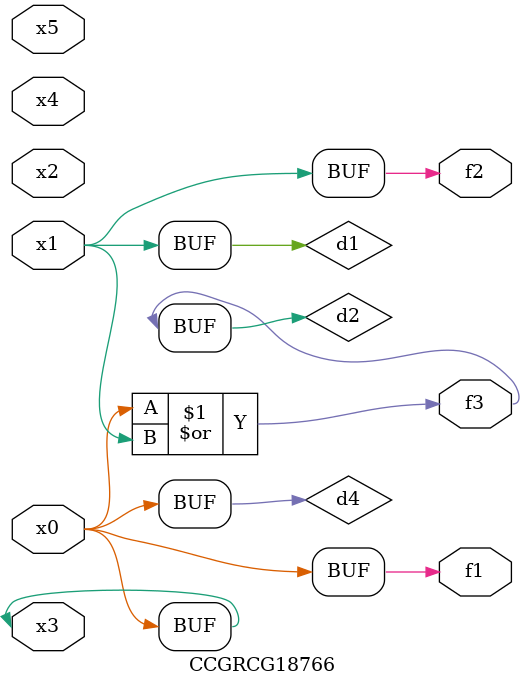
<source format=v>
module CCGRCG18766(
	input x0, x1, x2, x3, x4, x5,
	output f1, f2, f3
);

	wire d1, d2, d3, d4;

	and (d1, x1);
	or (d2, x0, x1);
	nand (d3, x0, x5);
	buf (d4, x0, x3);
	assign f1 = d4;
	assign f2 = d1;
	assign f3 = d2;
endmodule

</source>
